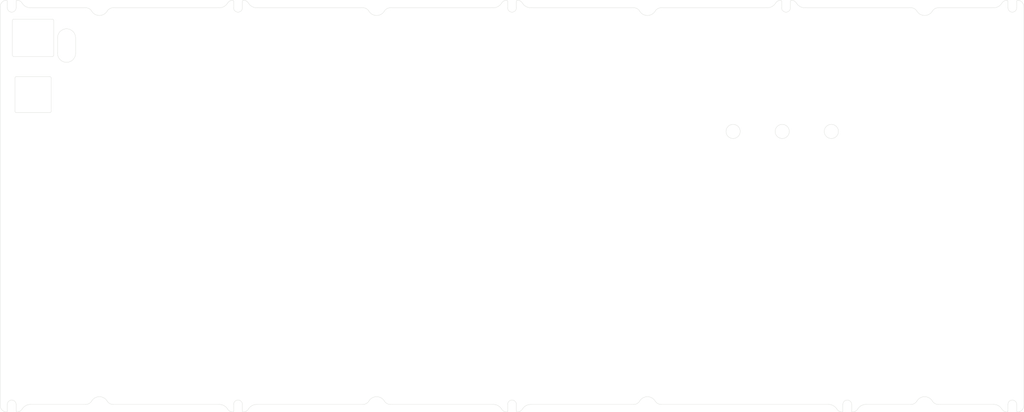
<source format=kicad_pcb>
(kicad_pcb (version 20210126) (generator pcbnew)

  (general
    (thickness 1.6)
  )

  (paper "A4")
  (layers
    (0 "F.Cu" signal)
    (31 "B.Cu" signal)
    (32 "B.Adhes" user "B.Adhesive")
    (33 "F.Adhes" user "F.Adhesive")
    (34 "B.Paste" user)
    (35 "F.Paste" user)
    (36 "B.SilkS" user "B.Silkscreen")
    (37 "F.SilkS" user "F.Silkscreen")
    (38 "B.Mask" user)
    (39 "F.Mask" user)
    (40 "Dwgs.User" user "User.Drawings")
    (41 "Cmts.User" user "User.Comments")
    (42 "Eco1.User" user "User.Eco1")
    (43 "Eco2.User" user "User.Eco2")
    (44 "Edge.Cuts" user)
    (45 "Margin" user)
    (46 "B.CrtYd" user "B.Courtyard")
    (47 "F.CrtYd" user "F.Courtyard")
    (48 "B.Fab" user)
    (49 "F.Fab" user)
    (50 "User.1" user)
    (51 "User.2" user)
    (52 "User.3" user)
    (53 "User.4" user)
    (54 "User.5" user)
    (55 "User.6" user)
    (56 "User.7" user)
    (57 "User.8" user)
    (58 "User.9" user)
  )

  (setup
    (pcbplotparams
      (layerselection 0x00010fc_ffffffff)
      (disableapertmacros false)
      (usegerberextensions false)
      (usegerberattributes true)
      (usegerberadvancedattributes true)
      (creategerberjobfile true)
      (svguseinch false)
      (svgprecision 6)
      (excludeedgelayer true)
      (plotframeref false)
      (viasonmask false)
      (mode 1)
      (useauxorigin false)
      (hpglpennumber 1)
      (hpglpenspeed 20)
      (hpglpendiameter 15.000000)
      (dxfpolygonmode true)
      (dxfimperialunits true)
      (dxfusepcbnewfont true)
      (psnegative false)
      (psa4output false)
      (plotreference true)
      (plotvalue true)
      (plotinvisibletext false)
      (sketchpadsonfab false)
      (subtractmaskfromsilk false)
      (outputformat 1)
      (mirror false)
      (drillshape 1)
      (scaleselection 1)
      (outputdirectory "")
    )
  )


  (net 0 "")

  (gr_arc (start 243.547867 -31.025) (end 243.547867 -33.725) (angle -58.92704903) (layer "Edge.Cuts") (width 0.1) (tstamp 017415b8-0459-4439-a07b-f8953f0be961))
  (gr_line (start -9.9625 -33.725) (end -9.9625 -36.188331) (layer "Edge.Cuts") (width 0.1) (tstamp 01b5cf46-e8cd-4a09-9fbd-a6cd38b6fb84))
  (gr_arc (start 79.4875 -33.725) (end 77.7875 -33.725) (angle -180) (layer "Edge.Cuts") (width 0.1) (tstamp 08c850b1-3a6c-4163-a583-fc00abf7bc22))
  (gr_line (start 7.5 -14.8) (end -7.5 -14.8) (layer "Edge.Cuts") (width 0.1) (tstamp 0bffa97d-af66-4675-9589-b814e253bd7a))
  (gr_arc (start 187.543756 -34.025) (end 189.831237 -35.459375) (angle -47.60001612) (layer "Edge.Cuts") (width 0.1) (tstamp 0d6557b1-0612-4a77-a7cd-6b925b1ab095))
  (gr_arc (start 379.7375 -33.725) (end 378.0375 -33.725) (angle -180) (layer "Edge.Cuts") (width 0.1) (tstamp 0f65199b-0a9b-48bc-bba5-8ae9d9a1103c))
  (gr_line (start 340.427133 120.274999) (end 322.965933 120.274999) (layer "Edge.Cuts") (width 0.1) (tstamp 0fc1ed6e-8215-4b6a-9ac4-eb1667cc367e))
  (gr_line (start 9.5 -16.05) (end 9.5 -22.05) (layer "Edge.Cuts") (width 0.1) (tstamp 15c74524-30ad-47ca-bf56-58b89af2c2ff))
  (gr_arc (start -1.034066 -37.425) (end -4.168762 -35.459375) (angle -57.91004874) (layer "Edge.Cuts") (width 0.1) (tstamp 15ce2562-a099-4f4b-8b67-2aaabf160fb4))
  (gr_line (start 178.509067 120.274999) (end 138.547867 120.274999) (layer "Edge.Cuts") (width 0.1) (tstamp 175c2a5e-a1eb-4664-8b07-d9fa717f9bca))
  (gr_line (start 317.4375 120.274999) (end 317.4375 122.739477) (layer "Edge.Cuts") (width 0.1) (tstamp 19202425-0ed2-4540-ba44-9a5d609ecfd1))
  (gr_arc (start -10.46241 122.738436) (end -10.553408 123.229996) (angle -100.5) (layer "Edge.Cuts") (width 0.1) (tstamp 1b52945b-f70c-4b7a-a704-e46fc0cadf7c))
  (gr_arc (start -10.061811 -34.024426) (end -10.553408 -36.679997) (angle -79.5) (layer "Edge.Cuts") (width 0.1) (tstamp 2319798c-82ba-4d6c-bbb9-50a98b377dfc))
  (gr_arc (start 187.9375 122.739477) (end 187.4375 122.739477) (angle -100.3100326) (layer "Edge.Cuts") (width 0.1) (tstamp 244d49b2-728a-4c2d-b9d9-4f0a027250d8))
  (gr_arc (start 31.047867 -31.025) (end 31.047867 -33.725) (angle -58.92704903) (layer "Edge.Cuts") (width 0.1) (tstamp 245dd66a-f68b-491e-9d3b-b527ea3b3c3d))
  (gr_arc (start 72.259067 123.974999) (end 75.393763 122.009374) (angle -57.91004874) (layer "Edge.Cuts") (width 0.1) (tstamp 27c117ef-23e9-4af9-894f-2a21235e5819))
  (gr_arc (start 77.681244 -34.025) (end 77.198013 -36.681405) (angle -47.60001612) (layer "Edge.Cuts") (width 0.1) (tstamp 291e2591-b188-42e9-aecc-0da9461c59cc))
  (gr_arc (start 340.427133 117.574999) (end 340.427133 120.274999) (angle -58.92704903) (layer "Edge.Cuts") (width 0.1) (tstamp 29d34abe-a696-44d4-959b-03f5ac9daa05))
  (gr_arc (start 86.715933 -37.425) (end 83.581237 -35.459375) (angle -57.91004874) (layer "Edge.Cuts") (width 0.1) (tstamp 2c620c79-98ee-49a2-8e91-414c782a60c7))
  (gr_line (start 381.4375 120.274999) (end 381.4375 122.73833) (layer "Edge.Cuts") (width 0.1) (tstamp 2ddd7135-3fdb-4c6e-95d6-5e8bcccc7d41))
  (gr_arc (start 127.927133 117.574999) (end 127.927133 120.274999) (angle -58.92704903) (layer "Edge.Cuts") (width 0.1) (tstamp 2e787f34-eb2b-46d5-853c-f96725c05a8e))
  (gr_line (start -12.7625 120.575) (end -12.7625 -34.025) (layer "Edge.Cuts") (width 0.1) (tstamp 3055097f-fae5-43b0-813d-ccf8f4edff57))
  (gr_arc (start 351.047867 -31.025) (end 351.047867 -33.725) (angle -58.92704903) (layer "Edge.Cuts") (width 0.1) (tstamp 30fdf596-c67d-4503-904e-08055c324c8c))
  (gr_arc (start 187.543756 120.574999) (end 188.026987 123.231404) (angle -47.60001612) (layer "Edge.Cuts") (width 0.1) (tstamp 333a9fc6-32d0-462f-9046-ac121c02f891))
  (gr_arc (start 185.7375 120.274999) (end 187.4375 120.274999) (angle -180) (layer "Edge.Cuts") (width 0.1) (tstamp 352f1f2b-5240-41ef-91e5-bb7bd363fa30))
  (gr_arc (start 187.9375 -36.189478) (end 188.026987 -36.681405) (angle -100.3100326) (layer "Edge.Cuts") (width 0.1) (tstamp 355d0185-f530-45da-a861-c35004e08aaf))
  (gr_arc (start 345.7375 -34.225) (end 342.739712 -32.418548) (angle -117.8540981) (layer "Edge.Cuts") (width 0.1) (tstamp 3595c353-85a4-4c3a-becf-4d6411f864a8))
  (gr_line (start 378.0375 122.739477) (end 378.0375 120.274999) (layer "Edge.Cuts") (width 0.1) (tstamp 3695f64f-ac35-413e-abdf-56354f10ba41))
  (gr_arc (start 238.2375 -34.225) (end 235.239712 -32.418548) (angle -117.8540981) (layer "Edge.Cuts") (width 0.1) (tstamp 3982f575-08c3-412c-a013-05c440b21656))
  (gr_arc (start 381.9375 122.73833) (end 381.4375 122.73833) (angle -100.4756817) (layer "Edge.Cuts") (width 0.1) (tstamp 398bf1d8-8d72-444c-a8b1-e5c7dfe4c9c3))
  (gr_line (start 81.1875 -36.189478) (end 81.1875 -33.725) (layer "Edge.Cuts") (width 0.1) (tstamp 3a8122c8-7fd6-4595-a71d-814046bde379))
  (gr_arc (start 138.547867 -31.025) (end 138.547867 -33.725) (angle -58.92704903) (layer "Edge.Cuts") (width 0.1) (tstamp 3d6c6c96-ddd2-4028-8fb6-f966edcf58c8))
  (gr_arc (start 313.931244 120.574999) (end 311.643763 122.009374) (angle -47.60001612) (layer "Edge.Cuts") (width 0.1) (tstamp 3e6be091-aef8-449a-858a-a5b0881a0aae))
  (gr_line (start -6.5625 120.275) (end -6.5625 122.739477) (layer "Edge.Cuts") (width 0.1) (tstamp 40a3954b-add9-4175-b40c-ad25b4701f8e))
  (gr_arc (start 77.2875 -36.189478) (end 77.7875 -36.189478) (angle -100.3100326) (layer "Edge.Cuts") (width 0.1) (tstamp 42285690-d2ba-48f1-9634-e9d78f8cf5ae))
  (gr_arc (start 183.931244 120.574999) (end 181.643763 122.009374) (angle -47.60001612) (layer "Edge.Cuts") (width 0.1) (tstamp 4433d4ee-20dc-4b41-a823-855fc2cc2a0d))
  (gr_line (start 243.547867 -33.725) (end 284.759067 -33.725) (layer "Edge.Cuts") (width 0.1) (tstamp 459f0808-417b-4754-8bdb-98cb00d9c0cd))
  (gr_line (start 20.427133 120.274999) (end -1.034066 120.274999) (layer "Edge.Cuts") (width 0.1) (tstamp 47ec538d-782e-4adc-912e-ebd8a106071d))
  (gr_arc (start 183.5375 122.739477) (end 183.448013 123.231404) (angle -100.3100326) (layer "Edge.Cuts") (width 0.1) (tstamp 49b6257b-e493-4ae0-9202-7572ca2c749f))
  (gr_line (start 378.0375 -33.725) (end 378.0375 -36.189478) (layer "Edge.Cuts") (width 0.1) (tstamp 4a2c703c-4f1c-4d85-8a50-39fb42160e2f))
  (gr_arc (start 81.293756 120.574999) (end 81.776987 123.231404) (angle -47.60001612) (layer "Edge.Cuts") (width 0.1) (tstamp 4c3716b4-fdc1-4251-b82d-66c0b0113548))
  (gr_line (start 232.927133 120.274999) (end 192.965933 120.274999) (layer "Edge.Cuts") (width 0.1) (tstamp 4ca9b42a-7b9b-479a-b974-bc3328098e73))
  (gr_arc (start 192.965933 -37.425) (end 189.831237 -35.459375) (angle -57.91004874) (layer "Edge.Cuts") (width 0.1) (tstamp 4cc55a77-4676-41d6-a047-c7ebcaedfdeb))
  (gr_arc (start 291.9875 -33.725) (end 290.2875 -33.725) (angle -180) (layer "Edge.Cuts") (width 0.1) (tstamp 515bbba3-9eef-4944-adae-b03a69fad73a))
  (gr_line (start 86.715933 -33.725) (end 127.927133 -33.725) (layer "Edge.Cuts") (width 0.1) (tstamp 589bf3e1-c9e2-4101-9ffe-a56cc8631bf4))
  (gr_arc (start 232.927133 -31.025) (end 235.239712 -32.418548) (angle -58.92704903) (layer "Edge.Cuts") (width 0.1) (tstamp 58ac47e6-ac14-4ab3-ba87-595d0a7857ad))
  (gr_arc (start 13 -16.05) (end 9.5 -16.05) (angle -180) (layer "Edge.Cuts") (width 0.1) (tstamp 5981c1d9-cd87-4eed-85d4-da7cfdb80655))
  (gr_arc (start -8.2625 120.275) (end -6.5625 120.275) (angle -180) (layer "Edge.Cuts") (width 0.1) (tstamp 5b6b139f-cec3-4619-88fa-f66564f9cb50))
  (gr_line (start 7 -6.5) (end 7 6.5) (layer "Edge.Cuts") (width 0.1) (tstamp 5ea6d234-58a0-4435-b1f7-eae0400d157c))
  (gr_arc (start 178.509067 123.974999) (end 181.643763 122.009374) (angle -57.91004874) (layer "Edge.Cuts") (width 0.1) (tstamp 5eecece4-a04a-420d-8592-086e270037e9))
  (gr_arc (start 7.5 -28.8) (end 8 -28.8) (angle -90) (layer "Edge.Cuts") (width 0.1) (tstamp 5f0ddf2e-dbb6-4934-9a71-be075622adff))
  (gr_arc (start 86.715933 123.974999) (end 86.715933 120.274999) (angle -57.91004874) (layer "Edge.Cuts") (width 0.1) (tstamp 5f92a943-f454-4e8c-a5f3-0f6800e09a53))
  (gr_arc (start 81.6875 -36.189478) (end 81.776987 -36.681405) (angle -100.3100326) (layer "Edge.Cuts") (width 0.1) (tstamp 60248eab-59e9-471a-9ed9-a946b151dcd5))
  (gr_line (start 187.4375 -36.189478) (end 187.4375 -33.725) (layer "Edge.Cuts") (width 0.1) (tstamp 602d5824-f884-45c3-867f-f5de4113f021))
  (gr_arc (start 72.259067 -37.425) (end 72.259067 -33.725) (angle -57.91004874) (layer "Edge.Cuts") (width 0.1) (tstamp 63f730d2-e863-4350-bd80-09e029287375))
  (gr_arc (start 232.927133 117.574999) (end 232.927133 120.274999) (angle -58.92704903) (layer "Edge.Cuts") (width 0.1) (tstamp 64db0b63-5991-49fe-bd39-44c486faefc7))
  (gr_arc (start 313.5375 122.739477) (end 313.448013 123.231404) (angle -100.3100326) (layer "Edge.Cuts") (width 0.1) (tstamp 65ab57a2-6e13-40ca-8d7f-f9ab53874120))
  (gr_arc (start 381.5375 120.574999) (end 382.028409 123.229996) (angle -79.5243183) (layer "Edge.Cuts") (width 0.1) (tstamp 67272792-ffb3-4d49-932b-a2a4b725845d))
  (gr_line (start -7.5 -29.3) (end 7.5 -29.3) (layer "Edge.Cuts") (width 0.1) (tstamp 6966c446-401f-4a6b-9538-18ad15eed3e7))
  (gr_arc (start 77.2875 122.739477) (end 77.198013 123.231404) (angle -100.3100326) (layer "Edge.Cuts") (width 0.1) (tstamp 6b906be1-447a-4c84-888b-5e0168f63cb8))
  (gr_arc (start 243.547867 117.574999) (end 241.235288 118.968548) (angle -58.92704903) (layer "Edge.Cuts") (width 0.1) (tstamp 6d032e50-f9a1-4577-8c35-c25175c281a0))
  (gr_line (start 8 -28.8) (end 8 -15.3) (layer "Edge.Cuts") (width 0.1) (tstamp 6d49fff4-805a-4984-9a90-d9a2f7c76423))
  (gr_arc (start 293.793756 -34.025) (end 296.081237 -35.459375) (angle -47.60001612) (layer "Edge.Cuts") (width 0.1) (tstamp 714ac3f0-8c93-44aa-a952-960c8ab15293))
  (gr_arc (start 183.5375 -36.189478) (end 184.0375 -36.189478) (angle -100.3100326) (layer "Edge.Cuts") (width 0.1) (tstamp 732c47cd-73ce-4de1-a11a-afbeccbcafa0))
  (gr_arc (start 20.427133 -31.025) (end 22.739712 -32.418548) (angle -58.92704903) (layer "Edge.Cuts") (width 0.1) (tstamp 736b27df-b720-4e36-8f49-b599e099ad98))
  (gr_arc (start -10.061811 120.574428) (end -12.7625 120.575) (angle -79.5) (layer "Edge.Cuts") (width 0.1) (tstamp 749db385-dff8-4524-b613-8a8cfa3dd9e2))
  (gr_line (start -1.034066 -33.725) (end 20.427133 -33.725) (layer "Edge.Cuts") (width 0.1) (tstamp 750cc6b6-b9dc-49eb-939e-d633e309ad04))
  (gr_circle (center 309.5625 14.287499) (end 312.3125 14.287499) (layer "Edge.Cuts") (width 0.1) (fill none) (tstamp 76792983-8304-49c0-a49b-b47b23aedfbc))
  (gr_arc (start 133.2375 120.774999) (end 136.235288 118.968548) (angle -117.8540981) (layer "Edge.Cuts") (width 0.1) (tstamp 76a657bc-48f5-4275-a35e-e73275236cd2))
  (gr_arc (start 289.7875 -36.189478) (end 290.2875 -36.189478) (angle -100.3100326) (layer "Edge.Cuts") (width 0.1) (tstamp 77dac071-c784-42f6-b3a3-45d8c4e276a2))
  (gr_arc (start 79.4875 120.274999) (end 81.1875 120.274999) (angle -180) (layer "Edge.Cuts") (width 0.1) (tstamp 77ff8386-de2c-4b7c-bf3e-52baa58359a2))
  (gr_arc (start 379.7375 120.274999) (end 381.4375 120.274999) (angle -180) (layer "Edge.Cuts") (width 0.1) (tstamp 79b7425e-3a6c-4320-9560-a47c6f307bff))
  (gr_arc (start 381.5375 -34.025) (end 384.2375 -34.025) (angle -79.5243183) (layer "Edge.Cuts") (width 0.1) (tstamp 79f01c47-73da-4dba-9cc9-64e8cc1c4edd))
  (gr_arc (start 6.5 -6.5) (end 7 -6.5) (angle -90) (layer "Edge.Cuts") (width 0.1) (tstamp 7dda8877-0876-4cff-a260-8dc5dfd5d2ee))
  (gr_arc (start -6.456243 120.574999) (end -5.973012 123.231404) (angle -47.60001612) (layer "Edge.Cuts") (width 0.1) (tstamp 7e976400-3520-4834-9e28-f7fda71fcad0))
  (gr_arc (start -7.500001 -28.8) (end -7.5 -29.3) (angle -90) (layer "Edge.Cuts") (width 0.1) (tstamp 7f412ba0-2061-47bb-acc8-31f8a34cd1da))
  (gr_arc (start 381.9375 -36.188331) (end 382.028409 -36.679997) (angle -100.4756817) (layer "Edge.Cuts") (width 0.1) (tstamp 7f4ef6ff-5559-4e4d-b25b-19bc7bd1124a))
  (gr_line (start 293.6875 -36.189478) (end 293.6875 -33.725) (layer "Edge.Cuts") (width 0.1) (tstamp 7f6e15b1-872e-4697-8cf9-123b82fec295))
  (gr_arc (start 133.2375 -34.225) (end 130.239712 -32.418548) (angle -117.8540981) (layer "Edge.Cuts") (width 0.1) (tstamp 7fa4bacc-4507-4ddf-88a7-0913cfd75e0a))
  (gr_arc (start 317.543756 120.574999) (end 318.026987 123.231404) (angle -47.60001612) (layer "Edge.Cuts") (width 0.1) (tstamp 807a0dc9-de88-4421-b9bc-31c4687caeed))
  (gr_line (start 192.965933 -33.725) (end 232.927133 -33.725) (layer "Edge.Cuts") (width 0.1) (tstamp 816c2027-f8d1-48db-848b-718d14bec164))
  (gr_arc (start -6.500001 -6.5) (end -6.5 -7) (angle -90) (layer "Edge.Cuts") (width 0.1) (tstamp 8221f84e-7580-4e46-b3b9-33bc87b64aed))
  (gr_line (start 187.4375 120.274999) (end 187.4375 122.739477) (layer "Edge.Cuts") (width 0.1) (tstamp 823f93e5-7075-43e6-acc7-9cc2cb9a2870))
  (gr_arc (start 81.293756 -34.025) (end 83.581237 -35.459375) (angle -47.60001612) (layer "Edge.Cuts") (width 0.1) (tstamp 8a5599ba-c826-4d16-b635-9d14ef110989))
  (gr_arc (start 77.681244 120.574999) (end 75.393763 122.009374) (angle -47.60001612) (layer "Edge.Cuts") (width 0.1) (tstamp 8d730b05-0574-4486-b6af-16e86e9e4a1f))
  (gr_line (start 384.2375 -34.025) (end 384.2375 120.574999) (layer "Edge.Cuts") (width 0.1) (tstamp 90017dce-5dad-4361-b752-54b44d1e68f9))
  (gr_arc (start 183.931244 -34.025) (end 183.448013 -36.681405) (angle -47.60001612) (layer "Edge.Cuts") (width 0.1) (tstamp 91df86a2-a9e2-4b37-b21a-73f711af834c))
  (gr_arc (start 315.7375 120.274999) (end 317.4375 120.274999) (angle -180) (layer "Edge.Cuts") (width 0.1) (tstamp 92aa0f4f-97c3-455d-a026-aa703296517a))
  (gr_circle (center 290.5125 14.287499) (end 293.2625 14.287499) (layer "Edge.Cuts") (width 0.1) (fill none) (tstamp 9375d5db-6460-4cd6-9de9-2129bc2d4f09))
  (gr_line (start 184.0375 -33.725) (end 184.0375 -36.189478) (layer "Edge.Cuts") (width 0.1) (tstamp 9440b83a-8f34-4766-8ced-8699a393cf7e))
  (gr_arc (start -6.5 6.500001) (end -7 6.5) (angle -90) (layer "Edge.Cuts") (width 0.1) (tstamp 95d56aa9-4668-4aa7-94c0-f50dd8a8c3e9))
  (gr_arc (start 377.5375 -36.189478) (end 378.0375 -36.189478) (angle -100.3100326) (layer "Edge.Cuts") (width 0.1) (tstamp 9761926f-a570-4283-a390-2c26650babfd))
  (gr_line (start 77.7875 122.739477) (end 77.7875 120.274999) (layer "Edge.Cuts") (width 0.1) (tstamp 978aa5cf-d60f-4d5d-b259-759231bfadaf))
  (gr_arc (start 238.2375 120.774999) (end 241.235288 118.968548) (angle -117.8540981) (layer "Edge.Cuts") (width 0.1) (tstamp 98137746-8770-45b3-a6ce-8ff216930eb6))
  (gr_arc (start 31.047867 117.574999) (end 28.735288 118.968548) (angle -58.92704903) (layer "Edge.Cuts") (width 0.1) (tstamp 9827f9f9-9ea6-4ba5-84f3-ac32e18e8b4d))
  (gr_arc (start 377.931244 -34.025) (end 377.448013 -36.681405) (angle -47.60001612) (layer "Edge.Cuts") (width 0.1) (tstamp 98903b81-02d9-4d92-8bc2-79c692392eb1))
  (gr_line (start 314.0375 122.739477) (end 314.0375 120.274999) (layer "Edge.Cuts") (width 0.1) (tstamp 9a365fca-8243-46de-bae0-2b0a0f23c051))
  (gr_arc (start 345.7375 120.774999) (end 348.735288 118.968548) (angle -117.8540981) (layer "Edge.Cuts") (width 0.1) (tstamp 9c71644e-bca1-4fd5-b949-f03a4a92d21f))
  (gr_line (start -6.5 -7) (end 6.5 -7) (layer "Edge.Cuts") (width 0.1) (tstamp a01ff8ed-1700-4729-849a-88a2288bce69))
  (gr_arc (start 351.047867 117.574999) (end 348.735288 118.968548) (angle -58.92704903) (layer "Edge.Cuts") (width 0.1) (tstamp a3a16575-a21b-487f-8365-42f3d9132d4c))
  (gr_arc (start 138.547867 117.574999) (end 136.235288 118.968548) (angle -58.92704903) (layer "Edge.Cuts") (width 0.1) (tstamp a4d0b6d3-8883-4588-a04c-5b537c11780d))
  (gr_arc (start 192.965933 123.974999) (end 192.965933 120.274999) (angle -57.91004874) (layer "Edge.Cuts") (width 0.1) (tstamp a51df628-c34d-41ad-91ab-d4e679c07a9a))
  (gr_line (start 31.047867 -33.725) (end 72.259067 -33.725) (layer "Edge.Cuts") (width 0.1) (tstamp a5cdb2c7-aebe-4140-b43b-ee2d86092bd7))
  (gr_line (start 308.509067 120.274999) (end 243.547867 120.274999) (layer "Edge.Cuts") (width 0.1) (tstamp a5d70a22-2808-4809-ba87-97e2c792a474))
  (gr_line (start 299.215933 -33.725) (end 340.427133 -33.725) (layer "Edge.Cuts") (width 0.1) (tstamp a621c288-668d-4449-afc6-5af6c3ef9cbf))
  (gr_arc (start 377.5375 122.739477) (end 377.448013 123.231404) (angle -100.3100326) (layer "Edge.Cuts") (width 0.1) (tstamp a749d6e7-0f3a-475b-a524-d009751a111a))
  (gr_arc (start 317.9375 122.739477) (end 317.4375 122.739477) (angle -100.3100326) (layer "Edge.Cuts") (width 0.1) (tstamp a751f54e-553d-4952-b95d-3a6d6e612b01))
  (gr_arc (start 372.509067 -37.425) (end 372.509067 -33.725) (angle -57.91004874) (layer "Edge.Cuts") (width 0.1) (tstamp aa9293f5-f338-4590-ab39-4f05db6f6939))
  (gr_line (start 81.1875 120.274999) (end 81.1875 122.739477) (layer "Edge.Cuts") (width 0.1) (tstamp aaabbf34-1ba9-46a4-86a4-1b34390d81c0))
  (gr_arc (start 20.427133 117.574999) (end 20.427133 120.274999) (angle -58.92704903) (layer "Edge.Cuts") (width 0.1) (tstamp af313747-1c62-4428-9c1c-8eb38226f2ec))
  (gr_arc (start -6.456243 -34.025001) (end -4.168762 -35.459375) (angle -47.6) (layer "Edge.Cuts") (width 0.1) (tstamp afd7076c-0f91-4c9d-b22b-b373f2e70055))
  (gr_arc (start 7.5 -15.3) (end 7.5 -14.8) (angle -90) (layer "Edge.Cuts") (width 0.1) (tstamp b4843cb6-0d46-467a-86e0-b5966f55f9c2))
  (gr_arc (start -8.2625 -33.725) (end -9.9625 -33.725) (angle -180) (layer "Edge.Cuts") (width 0.1) (tstamp b6858806-b043-4dab-805e-163a1905f42f))
  (gr_line (start 138.547867 -33.725) (end 178.509067 -33.725) (layer "Edge.Cuts") (width 0.1) (tstamp b6ce76a2-815b-4280-a721-9fb19e83a2e8))
  (gr_arc (start -6.062464 -36.189434) (end -5.973012 -36.681405) (angle -100.3) (layer "Edge.Cuts") (width 0.1) (tstamp b710d64a-28f7-4065-829d-ed059d272bba))
  (gr_arc (start 322.965933 123.974999) (end 322.965933 120.274999) (angle -57.91004874) (layer "Edge.Cuts") (width 0.1) (tstamp bc1f3aa6-fe5d-4694-87b6-e70fe7165a37))
  (gr_arc (start 372.509067 123.974999) (end 375.643763 122.009374) (angle -57.91004874) (layer "Edge.Cuts") (width 0.1) (tstamp bda4e68b-8d79-4897-98b9-0d9aec160d25))
  (gr_line (start -7 6.5) (end -7 -6.5) (layer "Edge.Cuts") (width 0.1) (tstamp c01e3298-8335-495a-adc2-650e3bbc7ffe))
  (gr_line (start 77.7875 -33.725) (end 77.7875 -36.189478) (layer "Edge.Cuts") (width 0.1) (tstamp c0f08547-4007-4f31-9b7c-4232a40c4be6))
  (gr_arc (start 13 -22.05) (end 16.5 -22.05) (angle -180) (layer "Edge.Cuts") (width 0.1) (tstamp c2e01e39-1ff4-450e-846a-6e1cada52d10))
  (gr_arc (start 377.931244 120.574999) (end 375.643763 122.009374) (angle -47.60001612) (layer "Edge.Cuts") (width 0.1) (tstamp c7fa8d04-9236-4e50-a427-6da664ac0df4))
  (gr_line (start -9.9625 122.73833) (end -9.9625 120.275) (layer "Edge.Cuts") (width 0.1) (tstamp c8fad8fb-544a-44b7-92a1-5b0d33df2a5b))
  (gr_line (start 127.927133 120.274999) (end 86.715933 120.274999) (layer "Edge.Cuts") (width 0.1) (tstamp c917aaff-0929-4f6f-8a6f-9315c340fae6))
  (gr_line (start 16.5 -22.05) (end 16.5 -16.05) (layer "Edge.Cuts") (width 0.1) (tstamp cd381801-1920-4350-b5d9-cf83bbff877a))
  (gr_arc (start 340.427133 -31.025) (end 342.739712 -32.418548) (angle -58.92704903) (layer "Edge.Cuts") (width 0.1) (tstamp ce88bf19-ee50-4a74-9bf7-bccca676cb41))
  (gr_arc (start 178.509067 -37.425) (end 178.509067 -33.725) (angle -57.91004874) (layer "Edge.Cuts") (width 0.1) (tstamp d3bb4676-a5e2-4086-b4d0-f3c1ade950b6))
  (gr_arc (start -1.034066 123.974999) (end -1.034066 120.274999) (angle -57.91004874) (layer "Edge.Cuts") (width 0.1) (tstamp d427b030-a972-4815-a1f9-8512b59c3a5c))
  (gr_arc (start 308.509067 123.974999) (end 311.643763 122.009374) (angle -57.91004874) (layer "Edge.Cuts") (width 0.1) (tstamp d589d37e-60ea-4ae3-89cf-d1c52edafe96))
  (gr_circle (center 271.4625 14.287499) (end 274.2125 14.287499) (layer "Edge.Cuts") (width 0.1) (fill none) (tstamp d612f5da-55df-493b-b201-58d348cf6188))
  (gr_arc (start 6.500001 6.5) (end 6.5 7) (angle -90) (layer "Edge.Cuts") (width 0.1) (tstamp d8113554-75d3-4eb6-9692-c070224058ce))
  (gr_arc (start -10.462411 -36.188438) (end -9.9625 -36.188331) (angle -100.5) (layer "Edge.Cuts") (width 0.1) (tstamp d91411a7-1e33-4878-b914-91e6733b3c95))
  (gr_line (start 351.047867 -33.725) (end 372.509067 -33.725) (layer "Edge.Cuts") (width 0.1) (tstamp d9e7e6b2-6576-44b2-8f4a-5a429f677e45))
  (gr_arc (start 284.759067 -37.425) (end 284.759067 -33.725) (angle -57.91004874) (layer "Edge.Cuts") (width 0.1) (tstamp da5cb6eb-8095-498b-af7e-57bb83fb4557))
  (gr_line (start 372.509067 120.274999) (end 351.047867 120.274999) (layer "Edge.Cuts") (width 0.1) (tstamp dba5e107-7ab0-45ab-9654-82f2093a9354))
  (gr_arc (start 290.181244 -34.025) (end 289.698013 -36.681405) (angle -47.60001612) (layer "Edge.Cuts") (width 0.1) (tstamp deb83ebf-2703-44c8-ad95-ae8250c4d298))
  (gr_arc (start -6.062463 122.739434) (end -6.5625 122.739477) (angle -100.3) (layer "Edge.Cuts") (width 0.1) (tstamp e0af8fdc-63a4-4cbc-b1b9-e44e3d3f157d))
  (gr_line (start 290.2875 -33.725) (end 290.2875 -36.189478) (layer "Edge.Cuts") (width 0.1) (tstamp e256e439-dd77-436a-8f8a-92adc8f40818))
  (gr_line (start -6.5625 -36.189478) (end -6.5625 -33.725) (layer "Edge.Cuts") (width 0.1) (tstamp e6cb5372-5a3c-4502-aebc-dec2ecf4992b))
  (gr_line (start -8 -15.3) (end -8 -28.8) (layer "Edge.Cuts") (width 0.1) (tstamp e88cc231-6528-4e60-b425-392a6ea2316e))
  (gr_arc (start 127.927133 -31.025) (end 130.239712 -32.418548) (angle -58.92704903) (layer "Edge.Cuts") (width 0.1) (tstamp ec708d5a-c396-451c-9376-ce7022889280))
  (gr_arc (start 81.6875 122.739477) (end 81.1875 122.739477) (angle -100.3100326) (layer "Edge.Cuts") (width 0.1) (tstamp ee87eabb-efac-49ba-826a-43b0fff8de3a))
  (gr_arc (start 299.215933 -37.425) (end 296.081237 -35.459375) (angle -57.91004874) (layer "Edge.Cuts") (width 0.1) (tstamp f02d3d3f-5099-41b3-ac4a-d8e6521455c2))
  (gr_arc (start 294.1875 -36.189478) (end 294.276987 -36.681405) (angle -100.3100326) (layer "Edge.Cuts") (width 0.1) (tstamp f420baaa-5fe3-4484-bef3-7399ea3a8279))
  (gr_arc (start 185.7375 -33.725) (end 184.0375 -33.725) (angle -180) (layer "Edge.Cuts") (width 0.1) (tstamp f45314c7-f6fe-412f-ae06-047b47dff01f))
  (gr_line (start 6.5 7) (end -6.5 7) (layer "Edge.Cuts") (width 0.1) (tstamp f5746d69-d0c2-4dd7-a482-7ea99e747533))
  (gr_arc (start 25.7375 120.774999) (end 28.735288 118.968548) (angle -117.8540981) (layer "Edge.Cuts") (width 0.1) (tstamp f58297a2-805e-44ad-a08e-3c5f5bff258b))
  (gr_line (start 381.4375 -36.188331) (end 381.4375 -33.725) (layer "Edge.Cuts") (width 0.1) (tstamp f69b0c42-0df0-4596-bf0f-a1938658fd6d))
  (gr_line (start 184.0375 122.739477) (end 184.0375 120.274999) (layer "Edge.Cuts") (width 0.1) (tstamp f6c45e59-01d0-4d5b-9c00-d17b7ac2aeee))
  (gr_arc (start -7.5 -15.299999) (end -8 -15.3) (angle -90) (layer "Edge.Cuts") (width 0.1) (tstamp f6f394e5-f85b-4bf9-98a7-236b28ffa964))
  (gr_line (start 72.259067 120.274999) (end 31.047867 120.274999) (layer "Edge.Cuts") (width 0.1) (tstamp feb11f87-ce62-4396-adef-293757788ce8))
  (gr_arc (start 25.7375 -34.225) (end 22.739712 -32.418548) (angle -117.8540981) (layer "Edge.Cuts") (width 0.1) (tstamp fff6c991-6f95-4261-b155-4424ff44cc71))

  (group "" (id 1a1b859c-2393-45d6-9232-f1b74fa128f8)
    (members
      017415b8-0459-4439-a07b-f8953f0be961
      01b5cf46-e8cd-4a09-9fbd-a6cd38b6fb84
      08c850b1-3a6c-4163-a583-fc00abf7bc22
      0bffa97d-af66-4675-9589-b814e253bd7a
      0d6557b1-0612-4a77-a7cd-6b925b1ab095
      0f65199b-0a9b-48bc-bba5-8ae9d9a1103c
      0fc1ed6e-8215-4b6a-9ac4-eb1667cc367e
      15c74524-30ad-47ca-bf56-58b89af2c2ff
      15ce2562-a099-4f4b-8b67-2aaabf160fb4
      175c2a5e-a1eb-4664-8b07-d9fa717f9bca
      19202425-0ed2-4540-ba44-9a5d609ecfd1
      1b52945b-f70c-4b7a-a704-e46fc0cadf7c
      2319798c-82ba-4d6c-bbb9-50a98b377dfc
      244d49b2-728a-4c2d-b9d9-4f0a027250d8
      245dd66a-f68b-491e-9d3b-b527ea3b3c3d
      27c117ef-23e9-4af9-894f-2a21235e5819
      291e2591-b188-42e9-aecc-0da9461c59cc
      29d34abe-a696-44d4-959b-03f5ac9daa05
      2c620c79-98ee-49a2-8e91-414c782a60c7
      2ddd7135-3fdb-4c6e-95d6-5e8bcccc7d41
      2e787f34-eb2b-46d5-853c-f96725c05a8e
      3055097f-fae5-43b0-813d-ccf8f4edff57
      30fdf596-c67d-4503-904e-08055c324c8c
      333a9fc6-32d0-462f-9046-ac121c02f891
      352f1f2b-5240-41ef-91e5-bb7bd363fa30
      355d0185-f530-45da-a861-c35004e08aaf
      3595c353-85a4-4c3a-becf-4d6411f864a8
      3695f64f-ac35-413e-abdf-56354f10ba41
      3982f575-08c3-412c-a013-05c440b21656
      398bf1d8-8d72-444c-a8b1-e5c7dfe4c9c3
      3a8122c8-7fd6-4595-a71d-814046bde379
      3d6c6c96-ddd2-4028-8fb6-f966edcf58c8
      3e6be091-aef8-449a-858a-a5b0881a0aae
      40a3954b-add9-4175-b40c-ad25b4701f8e
      42285690-d2ba-48f1-9634-e9d78f8cf5ae
      4433d4ee-20dc-4b41-a823-855fc2cc2a0d
      459f0808-417b-4754-8bdb-98cb00d9c0cd
      47ec538d-782e-4adc-912e-ebd8a106071d
      49b6257b-e493-4ae0-9202-7572ca2c749f
      4a2c703c-4f1c-4d85-8a50-39fb42160e2f
      4c3716b4-fdc1-4251-b82d-66c0b0113548
      4ca9b42a-7b9b-479a-b974-bc3328098e73
      4cc55a77-4676-41d6-a047-c7ebcaedfdeb
      515bbba3-9eef-4944-adae-b03a69fad73a
      589bf3e1-c9e2-4101-9ffe-a56cc8631bf4
      58ac47e6-ac14-4ab3-ba87-595d0a7857ad
      5981c1d9-cd87-4eed-85d4-da7cfdb80655
      5b6b139f-cec3-4619-88fa-f66564f9cb50
      5ea6d234-58a0-4435-b1f7-eae0400d157c
      5eecece4-a04a-420d-8592-086e270037e9
      5f0ddf2e-dbb6-4934-9a71-be075622adff
      5f92a943-f454-4e8c-a5f3-0f6800e09a53
      60248eab-59e9-471a-9ed9-a946b151dcd5
      602d5824-f884-45c3-867f-f5de4113f021
      63f730d2-e863-4350-bd80-09e029287375
      64db0b63-5991-49fe-bd39-44c486faefc7
      65ab57a2-6e13-40ca-8d7f-f9ab53874120
      67272792-ffb3-4d49-932b-a2a4b725845d
      6966c446-401f-4a6b-9538-18ad15eed3e7
      6b906be1-447a-4c84-888b-5e0168f63cb8
      6d032e50-f9a1-4577-8c35-c25175c281a0
      6d49fff4-805a-4984-9a90-d9a2f7c76423
      714ac3f0-8c93-44aa-a952-960c8ab15293
      732c47cd-73ce-4de1-a11a-afbeccbcafa0
      736b27df-b720-4e36-8f49-b599e099ad98
      749db385-dff8-4524-b613-8a8cfa3dd9e2
      750cc6b6-b9dc-49eb-939e-d633e309ad04
      76792983-8304-49c0-a49b-b47b23aedfbc
      76a657bc-48f5-4275-a35e-e73275236cd2
      77dac071-c784-42f6-b3a3-45d8c4e276a2
      77ff8386-de2c-4b7c-bf3e-52baa58359a2
      79b7425e-3a6c-4320-9560-a47c6f307bff
      79f01c47-73da-4dba-9cc9-64e8cc1c4edd
      7dda8877-0876-4cff-a260-8dc5dfd5d2ee
      7e976400-3520-4834-9e28-f7fda71fcad0
      7f412ba0-2061-47bb-acc8-31f8a34cd1da
      7f4ef6ff-5559-4e4d-b25b-19bc7bd1124a
      7f6e15b1-872e-4697-8cf9-123b82fec295
      7fa4bacc-4507-4ddf-88a7-0913cfd75e0a
      807a0dc9-de88-4421-b9bc-31c4687caeed
      816c2027-f8d1-48db-848b-718d14bec164
      8221f84e-7580-4e46-b3b9-33bc87b64aed
      823f93e5-7075-43e6-acc7-9cc2cb9a2870
      8a5599ba-c826-4d16-b635-9d14ef110989
      8d730b05-0574-4486-b6af-16e86e9e4a1f
      90017dce-5dad-4361-b752-54b44d1e68f9
      91df86a2-a9e2-4b37-b21a-73f711af834c
      92aa0f4f-97c3-455d-a026-aa703296517a
      9375d5db-6460-4cd6-9de9-2129bc2d4f09
      9440b83a-8f34-4766-8ced-8699a393cf7e
      95d56aa9-4668-4aa7-94c0-f50dd8a8c3e9
      9761926f-a570-4283-a390-2c26650babfd
      978aa5cf-d60f-4d5d-b259-759231bfadaf
      98137746-8770-45b3-a6ce-8ff216930eb6
      9827f9f9-9ea6-4ba5-84f3-ac32e18e8b4d
      98903b81-02d9-4d92-8bc2-79c692392eb1
      9a365fca-8243-46de-bae0-2b0a0f23c051
      9c71644e-bca1-4fd5-b949-f03a4a92d21f
      a01ff8ed-1700-4729-849a-88a2288bce69
      a3a16575-a21b-487f-8365-42f3d9132d4c
      a4d0b6d3-8883-4588-a04c-5b537c11780d
      a51df628-c34d-41ad-91ab-d4e679c07a9a
      a5cdb2c7-aebe-4140-b43b-ee2d86092bd7
      a5d70a22-2808-4809-ba87-97e2c792a474
      a621c288-668d-4449-afc6-5af6c3ef9cbf
      a749d6e7-0f3a-475b-a524-d009751a111a
      a751f54e-553d-4952-b95d-3a6d6e612b01
      aa9293f5-f338-4590-ab39-4f05db6f6939
      aaabbf34-1ba9-46a4-86a4-1b34390d81c0
      af313747-1c62-4428-9c1c-8eb38226f2ec
      afd7076c-0f91-4c9d-b22b-b373f2e70055
      b4843cb6-0d46-467a-86e0-b5966f55f9c2
      b6858806-b043-4dab-805e-163a1905f42f
      b6ce76a2-815b-4280-a721-9fb19e83a2e8
      b710d64a-28f7-4065-829d-ed059d272bba
      bc1f3aa6-fe5d-4694-87b6-e70fe7165a37
      bda4e68b-8d79-4897-98b9-0d9aec160d25
      c01e3298-8335-495a-adc2-650e3bbc7ffe
      c0f08547-4007-4f31-9b7c-4232a40c4be6
      c2e01e39-1ff4-450e-846a-6e1cada52d10
      c7fa8d04-9236-4e50-a427-6da664ac0df4
      c8fad8fb-544a-44b7-92a1-5b0d33df2a5b
      c917aaff-0929-4f6f-8a6f-9315c340fae6
      cd381801-1920-4350-b5d9-cf83bbff877a
      ce88bf19-ee50-4a74-9bf7-bccca676cb41
      d3bb4676-a5e2-4086-b4d0-f3c1ade950b6
      d427b030-a972-4815-a1f9-8512b59c3a5c
      d589d37e-60ea-4ae3-89cf-d1c52edafe96
      d612f5da-55df-493b-b201-58d348cf6188
      d8113554-75d3-4eb6-9692-c070224058ce
      d91411a7-1e33-4878-b914-91e6733b3c95
      d9e7e6b2-6576-44b2-8f4a-5a429f677e45
      da5cb6eb-8095-498b-af7e-57bb83fb4557
      dba5e107-7ab0-45ab-9654-82f2093a9354
      deb83ebf-2703-44c8-ad95-ae8250c4d298
      e0af8fdc-63a4-4cbc-b1b9-e44e3d3f157d
      e256e439-dd77-436a-8f8a-92adc8f40818
      e6cb5372-5a3c-4502-aebc-dec2ecf4992b
      e88cc231-6528-4e60-b425-392a6ea2316e
      ec708d5a-c396-451c-9376-ce7022889280
      ee87eabb-efac-49ba-826a-43b0fff8de3a
      f02d3d3f-5099-41b3-ac4a-d8e6521455c2
      f420baaa-5fe3-4484-bef3-7399ea3a8279
      f45314c7-f6fe-412f-ae06-047b47dff01f
      f5746d69-d0c2-4dd7-a482-7ea99e747533
      f58297a2-805e-44ad-a08e-3c5f5bff258b
      f69b0c42-0df0-4596-bf0f-a1938658fd6d
      f6c45e59-01d0-4d5b-9c00-d17b7ac2aeee
      f6f394e5-f85b-4bf9-98a7-236b28ffa964
      feb11f87-ce62-4396-adef-293757788ce8
      fff6c991-6f95-4261-b155-4424ff44cc71
 )
  )
)

</source>
